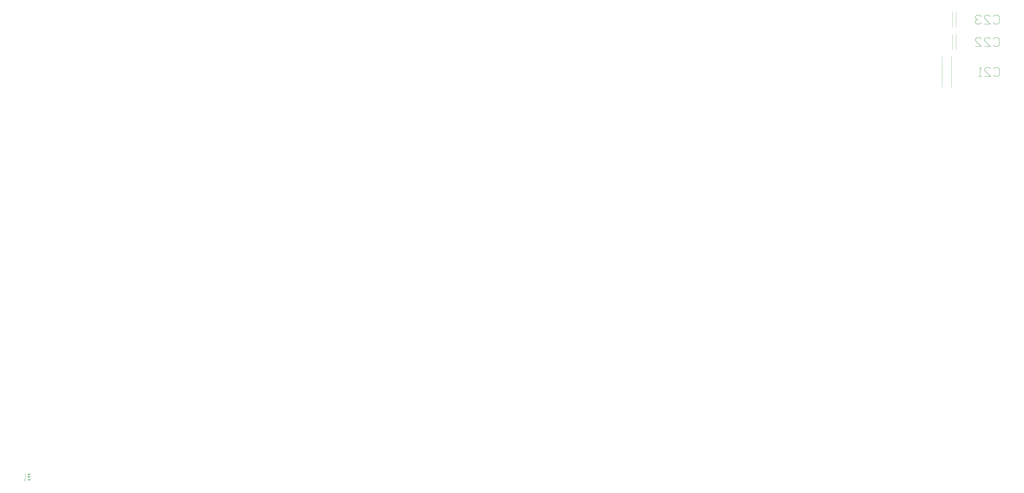
<source format=gbo>
<<<<<<< HEAD
G04 Layer_Color=65280*
%FSLAX25Y25*%
=======
G04 Layer_Color=32896*
%FSLAX24Y24*%
>>>>>>> origin/master
%MOIN*%
G70*
G01*
G75*
<<<<<<< HEAD
%ADD38C,0.01000*%
%ADD71C,0.00500*%
D38*
X357600Y152499D02*
X358100Y152999D01*
X359100D01*
X359599Y152499D01*
Y150500D01*
X359100Y150000D01*
X358100D01*
X357600Y150500D01*
X354601Y150000D02*
X356600D01*
X354601Y151999D01*
Y152499D01*
X355101Y152999D01*
X356101D01*
X356600Y152499D01*
X353601Y150000D02*
X352602D01*
X353102D01*
Y152999D01*
X353601Y152499D01*
X357506Y169999D02*
X358005Y170499D01*
X359005D01*
X359505Y169999D01*
Y168000D01*
X359005Y167500D01*
X358005D01*
X357506Y168000D01*
X354507Y167500D02*
X356506D01*
X354507Y169499D01*
Y169999D01*
X355006Y170499D01*
X356006D01*
X356506Y169999D01*
X353507D02*
X353007Y170499D01*
X352007D01*
X351508Y169999D01*
Y169499D01*
X352007Y169000D01*
X352507D01*
X352007D01*
X351508Y168500D01*
Y168000D01*
X352007Y167500D01*
X353007D01*
X353507Y168000D01*
X357506Y162499D02*
X358005Y162999D01*
X359005D01*
X359505Y162499D01*
Y160500D01*
X359005Y160000D01*
X358005D01*
X357506Y160500D01*
X354507Y160000D02*
X356506D01*
X354507Y161999D01*
Y162499D01*
X355006Y162999D01*
X356006D01*
X356506Y162499D01*
X351508Y160000D02*
X353507D01*
X351508Y161999D01*
Y162499D01*
X352007Y162999D01*
X353007D01*
X353507Y162499D01*
D71*
X343580Y146382D02*
Y156618D01*
X340430Y146382D02*
Y156618D01*
X343916Y166436D02*
Y171564D01*
X345094Y166436D02*
Y171564D01*
X343916Y158936D02*
Y164064D01*
X345094Y158936D02*
Y164064D01*
=======
%ADD45C,0.0100*%
%ADD71C,0.0050*%
D45*
X35760Y15250D02*
X35810Y15300D01*
X35910D01*
X35960Y15250D01*
Y15050D01*
X35910Y15000D01*
X35810D01*
X35760Y15050D01*
X35460Y15000D02*
X35660D01*
X35460Y15200D01*
Y15250D01*
X35510Y15300D01*
X35610D01*
X35660Y15250D01*
X35360Y15000D02*
X35260D01*
X35310D01*
Y15300D01*
X35360Y15250D01*
X35751Y16250D02*
X35801Y16300D01*
X35901D01*
X35951Y16250D01*
Y16050D01*
X35901Y16000D01*
X35801D01*
X35751Y16050D01*
X35451Y16000D02*
X35651D01*
X35451Y16200D01*
Y16250D01*
X35501Y16300D01*
X35601D01*
X35651Y16250D01*
X35151Y16000D02*
X35351D01*
X35151Y16200D01*
Y16250D01*
X35201Y16300D01*
X35301D01*
X35351Y16250D01*
X35751Y17000D02*
X35801Y17050D01*
X35901D01*
X35951Y17000D01*
Y16800D01*
X35901Y16750D01*
X35801D01*
X35751Y16800D01*
X35451Y16750D02*
X35651D01*
X35451Y16950D01*
Y17000D01*
X35501Y17050D01*
X35601D01*
X35651Y17000D01*
X35351D02*
X35301Y17050D01*
X35201D01*
X35151Y17000D01*
Y16950D01*
X35201Y16900D01*
X35251D01*
X35201D01*
X35151Y16850D01*
Y16800D01*
X35201Y16750D01*
X35301D01*
X35351Y16800D01*
D71*
X34358Y14638D02*
Y15662D01*
X34043Y14638D02*
Y15662D01*
X34392Y16644D02*
Y17156D01*
X34509Y16644D02*
Y17156D01*
X34392Y15894D02*
Y16406D01*
X34509Y15894D02*
Y16406D01*
>>>>>>> origin/master
M02*

</source>
